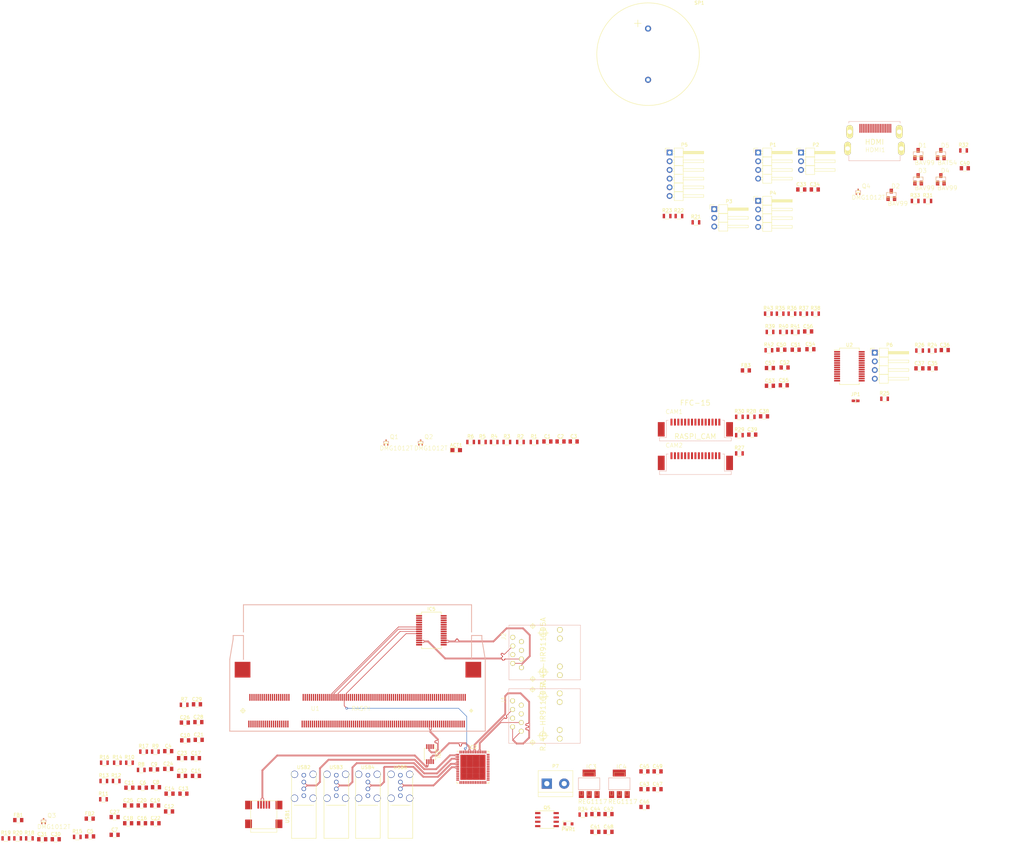
<source format=kicad_pcb>
(kicad_pcb (version 20221018) (generator pcbnew)
  (layers (0 "F.Cu" signal "Top") (1 "In1.Cu" signal "GND") (2 "In2.Cu" signal "3V3") (31 "B.Cu" signal "Bottom") (34 "B.Paste" user) (35 "F.Paste" user) (36 "B.SilkS" user "B.Silkscreen") (37 "F.SilkS" user "F.Silkscreen") (38 "B.Mask" user) (39 "F.Mask" user) (44 "Edge.Cuts" user))
  (net 0 "")
  (net 1 "+5V")
  (net 2 "GND")
  (net 3 "/GPIO44")
  (net 4 "/USSTCM LAN/VDD18CORE")
  (net 5 "/USSTCM LAN/VDD18PLL")
  (net 6 "/USSTCM LAN/NLNKA_LED")
  (net 7 "/USSTCM LAN/NSPD_LED")
  (net 8 "+3V3")
  (net 9 "/HDMI_CEC")
  (net 10 "/USSTCM LAN/RCT")
  (net 11 "Net-(C11-Pad2)")
  (net 12 "Net-(C20-Pad2)")
  (net 13 "/USSTCM_VIDEO/5V_HDMI")
  (net 14 "+1V8")
  (net 15 "Net-(C50-Pad1)")
  (net 16 "/USSTCM_LAN2/RCT")
  (net 17 "/USSTCM_LAN2/TCT")
  (net 18 "/HDMI_SCL")
  (net 19 "/HDMI_SDA")
  (net 20 "Net-(D4-Pad3)")
  (net 21 "/HDMI_D2_P")
  (net 22 "/HDMI_D2_N")
  (net 23 "/HDMI_D1_P")
  (net 24 "/HDMI_D1_N")
  (net 25 "/HDMI_D0_P")
  (net 26 "/HDMI_D0_N")
  (net 27 "/HDMI_CK_P")
  (net 28 "/HDMI_CK_N")
  (net 29 "Net-(IC1-Pad2)")
  (net 30 "/USBD_P")
  (net 31 "/USBD_N")
  (net 32 "/GPIO6")
  (net 33 "Net-(IC2-Pad28)")
  (net 34 "Net-(IC2-Pad41)")
  (net 35 "Net-(IC2-Pad50)")
  (net 36 "Net-(IC2-Pad63)")
  (net 37 "/GPIO39")
  (net 38 "/GPIO40")
  (net 39 "/GPIO41")
  (net 40 "/GPIO42")
  (net 41 "/GPIO45")
  (net 42 "Net-(IC5-Pad10)")
  (net 43 "/USSTCM_LAN2/RD-")
  (net 44 "/USSTCM_LAN2/RD+")
  (net 45 "Net-(IC5-Pad14)")
  (net 46 "/USSTCM_LAN2/TD-")
  (net 47 "/USSTCM_LAN2/TD+")
  (net 48 "/GPIO34")
  (net 49 "/USSTCM_LAN2/SPD_LED")
  (net 50 "/USSTCM_LAN2/LNKA_LED")
  (net 51 "Net-(J1-Pad9)")
  (net 52 "Net-(J1-Pad12)")
  (net 53 "Net-(J2-Pad10)")
  (net 54 "Net-(J2-Pad11)")
  (net 55 "Net-(JP1-Pad1)")
  (net 56 "/USSTCM_CAN_LITE/CAN_P")
  (net 57 "/USSTCM CONN/SDA")
  (net 58 "/USSTCM CONN/SCL")
  (net 59 "/USSTCM_CAN_LITE/CAN_N")
  (net 60 "Net-(P7-Pad1)")
  (net 61 "/VUSB_BOOT")
  (net 62 "Net-(ACT1-Pad1)")
  (net 63 "Net-(Q1-Pad3)")
  (net 64 "Net-(Q2-Pad1)")
  (net 65 "/USSTCM_VIDEO/GPIO46")
  (net 66 "/GPIO29")
  (net 67 "/GPIO28")
  (net 68 "Net-(R21-Pad1)")
  (net 69 "Net-(R25-Pad1)")
  (net 70 "Net-(R26-Pad2)")
  (net 71 "/GPIO0")
  (net 72 "/GPIO1")
  (net 73 "/GPIO8")
  (net 74 "/GPIO9")
  (net 75 "/GPIO10")
  (net 76 "/GPIO11")
  (net 77 "/GPIO43")
  (net 78 "/GPIO25")
  (net 79 "Net-(U2-Pad20)")
  (net 80 "Net-(U2-Pad21)")
  (net 81 "Net-(ACT1-Pad2)")
  (net 82 "/CAM0_D0_N")
  (net 83 "/CAM0_D0_P")
  (net 84 "/CAM0_D1_N")
  (net 85 "/CAM0_D1_P")
  (net 86 "/CAM0_C_N")
  (net 87 "/CAM0_C_P")
  (net 88 "/GPIO30")
  (net 89 "/GPIO31")
  (net 90 "/CAM1_D0_N")
  (net 91 "/CAM1_D0_P")
  (net 92 "/CAM1_D1_N")
  (net 93 "/CAM1_D1_P")
  (net 94 "/CAM1_C_N")
  (net 95 "/CAM1_C_P")
  (net 96 "/GPIO21")
  (net 97 "/GPIO5")
  (net 98 "Net-(PWR1-Pad2)")
  (net 99 "/USSTCM LAN/ETH_TX_P")
  (net 100 "/USSTCM LAN/ETH_TX_N")
  (net 101 "/USSTCM LAN/ETH_RX_P")
  (net 102 "/USSTCM LAN/ETH_RX_N")
  (net 103 "/USSTCM LAN/USB_BOOT_N")
  (net 104 "/USSTCM LAN/USB_BOOT_P")
  (net 105 "/USSTCM LAN/USB_LAN_N")
  (net 106 "/USSTCM LAN/USB_LAN_P")
  (net 107 "/USSTCM LAN/USB2_N")
  (net 108 "/USSTCM LAN/USB2_P")
  (net 109 "/USSTCM LAN/USB3_N")
  (net 110 "/USSTCM LAN/USB3_P")
  (net 111 "/USSTCM LAN/USB4_N")
  (net 112 "/USSTCM LAN/USB4_P")
  (net 113 "/USSTCM LAN/USB5_N")
  (net 114 "/USSTCM LAN/USB5_P")
  (footprint "Capacitors_SMD:C_0805" (layer "F.Cu") (at 161.037401 46.6274)
    (fp_text reference "C1")
    (fp_text value "10u")
  )
  (footprint "Capacitors_SMD:C_0805" (layer "F.Cu") (at 164.887401 46.6274)
    (fp_text reference "C2")
    (fp_text value "20p")
  )
  (footprint "Capacitors_SMD:C_0805" (layer "F.Cu") (at 168.737401 46.6274)
    (fp_text reference "C3")
    (fp_text value "10u")
  )
  (footprint "Capacitors_SMD:C_0805" (layer "F.Cu") (at 50.093352 137.2274)
    (fp_text reference "C4")
    (fp_text value "100n")
  )
  (footprint "Capacitors_SMD:C_0805" (layer "F.Cu") (at 27.237401 162.1774)
    (fp_text reference "C5")
    (fp_text value "20p")
  )
  (footprint "Capacitors_SMD:C_0805" (layer "F.Cu") (at 42.677401 147.9274)
    (fp_text reference "C6")
    (fp_text value "20p")
  )
  (footprint "Capacitors_SMD:C_0805" (layer "F.Cu") (at 34.417401 161.7174)
    (fp_text reference "C7")
    (fp_text value "20p")
  )
  (footprint "Capacitors_SMD:C_0805" (layer "F.Cu") (at 46.527401 147.7774)
    (fp_text reference "C8")
    (fp_text value "20p")
  )
  (footprint "Capacitors_SMD:C_0805" (layer "F.Cu") (at 45.963352 142.5774)
    (fp_text reference "C9")
    (fp_text value "100n")
  )
  (footprint "Capacitors_SMD:C_0805" (layer "F.Cu") (at 55.063352 134.0774)
    (fp_text reference "C10")
    (fp_text value "100n")
  )
  (footprint "Capacitors_SMD:C_0805" (layer "F.Cu") (at 38.723352 147.9274)
    (fp_text reference "C11")
    (fp_text value "100n")
  )
  (footprint "Capacitors_SMD:C_0805" (layer "F.Cu") (at 50.343352 154.8774)
    (fp_text reference "C12")
    (fp_text value "100n")
  )
  (footprint "Capacitors_SMD:C_0805" (layer "F.Cu") (at 54.543352 149.6774)
    (fp_text reference "C13")
    (fp_text value "100n")
  )
  (footprint "Capacitors_SMD:C_0805" (layer "F.Cu") (at 50.483352 149.6774)
    (fp_text reference "C14")
    (fp_text value "100n")
  )
  (footprint "Capacitors_SMD:C_0805" (layer "F.Cu") (at 58.213352 144.4774)
    (fp_text reference "C15")
    (fp_text value "100n")
  )
  (footprint "Capacitors_SMD:C_0805" (layer "F.Cu") (at 42.433352 158.3274)
    (fp_text reference "C16")
    (fp_text value "100n")
  )
  (footprint "Capacitors_SMD:C_0805" (layer "F.Cu") (at 58.213352 139.2774)
    (fp_text reference "C17")
    (fp_text value "100n")
  )
  (footprint "Capacitors_SMD:C_0805" (layer "F.Cu") (at 38.373352 158.3274)
    (fp_text reference "C18")
    (fp_text value "100n")
  )
  (footprint "Capacitors_SMD:C_0805" (layer "F.Cu") (at 46.283352 153.1274)
    (fp_text reference "C19")
    (fp_text value "100n")
  )
  (footprint "Capacitors_SMD:C_0805" (layer "F.Cu") (at 42.327401 153.1274)
    (fp_text reference "C20")
    (fp_text value "1u")
  )
  (footprint "Capacitors_SMD:C_0805" (layer "F.Cu") (at 59.017401 133.9274)
    (fp_text reference "C21")
    (fp_text value "10u")
  )
  (footprint "Capacitors_SMD:C_0805" (layer "F.Cu") (at 46.387401 158.3274)
    (fp_text reference "C22")
    (fp_text value "10u")
  )
  (footprint "Capacitors_SMD:C_0805" (layer "F.Cu") (at 54.153352 139.2774)
    (fp_text reference "C23")
    (fp_text value "100n")
  )
  (footprint "Capacitors_SMD:C_0805" (layer "F.Cu") (at 50.093352 142.4274)
    (fp_text reference "C24")
    (fp_text value "100n")
  )
  (footprint "Capacitors_SMD:C_0805" (layer "F.Cu") (at 38.373352 153.1274)
    (fp_text reference "C25")
    (fp_text value "100n")
  )
  (footprint "Capacitors_SMD:C_0805" (layer "F.Cu") (at 54.957401 128.8774)
    (fp_text reference "C26")
    (fp_text value "10u")
  )
  (footprint "Capacitors_SMD:C_0805" (layer "F.Cu") (at 34.417401 156.5174)
    (fp_text reference "C27")
    (fp_text value "10u")
  )
  (footprint "Capacitors_SMD:C_0805" (layer "F.Cu") (at 58.913352 128.7274)
    (fp_text reference "C28")
    (fp_text value "100n")
  )
  (footprint "Capacitors_SMD:C_0805" (layer "F.Cu") (at 58.513352 123.5274)
    (fp_text reference "C29")
    (fp_text value "100n")
  )
  (footprint "Capacitors_SMD:C_0805" (layer "F.Cu") (at 17.187401 163.0074)
    (fp_text reference "C30")
    (fp_text value "10u")
  )
  (footprint "Capacitors_SMD:C_0805" (layer "F.Cu") (at 13.233352 163.0074)
    (fp_text reference "C31")
    (fp_text value "100n")
  )
  (footprint "Capacitors_SMD:C_0805" (layer "F.Cu") (at 54.153352 144.4774)
    (fp_text reference "C32")
    (fp_text value "100n")
  )
  (footprint "Capacitors_SMD:C_0805" (layer "F.Cu") (at 235.323352 -27.1026)
    (fp_text reference "C33")
    (fp_text value "100n")
  )
  (footprint "Capacitors_SMD:C_0805" (layer "F.Cu") (at 239.277401 -27.1026)
    (fp_text reference "C34")
    (fp_text value "10u")
  )
  (footprint "Capacitors_SMD:C_0805" (layer "F.Cu") (at 273.737401 25.2274)
    (fp_text reference "C35")
    (fp_text value "0.1u")
  )
  (footprint "Capacitors_SMD:C_0805" (layer "F.Cu") (at 277.307401 19.8774)
    (fp_text reference "C36")
    (fp_text value "0.1u")
  )
  (footprint "Capacitors_SMD:C_0805" (layer "F.Cu") (at 269.887401 25.2274)
    (fp_text reference "C37")
    (fp_text value "0.1u")
  )
  (footprint "Capacitors_SMD:C_0805" (layer "F.Cu") (at 224.433352 39.2674)
    (fp_text reference "C38")
    (fp_text value "100n")
  )
  (footprint "Capacitors_SMD:C_0805" (layer "F.Cu") (at 220.983352 44.6174)
    (fp_text reference "C39")
    (fp_text value "100n")
  )
  (footprint "Capacitors_SMD:C_0805" (layer "F.Cu") (at 283.183352 -33.3226)
    (fp_text reference "C40")
    (fp_text value "100n")
  )
  (footprint "Capacitors_SMD:C_0805" (layer "F.Cu") (at 175.077401 160.8474)
    (fp_text reference "C41")
    (fp_text value "10u")
  )
  (footprint "Capacitors_SMD:C_0805" (layer "F.Cu") (at 178.927401 155.6474)
    (fp_text reference "C42")
    (fp_text value "10u")
  )
  (footprint "Capacitors_SMD:C_0805" (layer "F.Cu") (at 189.437401 148.3574)
    (fp_text reference "C43")
    (fp_text value "~")
  )
  (footprint "Capacitors_SMD:C_0805" (layer "F.Cu") (at 175.077401 155.6474)
    (fp_text reference "C44")
    (fp_text value "~")
  )
  (footprint "Capacitors_SMD:C_0805" (layer "F.Cu") (at 189.437401 143.1574)
    (fp_text reference "C45")
    (fp_text value "10u")
  )
  (footprint "Capacitors_SMD:C_0805" (layer "F.Cu") (at 189.437401 153.5574)
    (fp_text reference "C46")
    (fp_text value "10u")
  )
  (footprint "Capacitors_SMD:C_0805" (layer "F.Cu") (at 193.287401 148.3574)
    (fp_text reference "C47")
    (fp_text value "10u")
  )
  (footprint "Capacitors_SMD:C_0805" (layer "F.Cu") (at 178.927401 160.8474)
    (fp_text reference "C48")
    (fp_text value "10u")
  )
  (footprint "Capacitors_SMD:C_0805" (layer "F.Cu") (at 193.287401 143.1574)
    (fp_text reference "C49")
    (fp_text value "10u")
  )
  (footprint "Capacitors_SMD:C_0805" (layer "F.Cu") (at 229.497401 19.7774)
    (fp_text reference "C50")
    (fp_text value "10u")
  )
  (footprint "Capacitors_SMD:C_0805" (layer "F.Cu") (at 233.691447 19.7774)
    (fp_text reference "C51")
    (fp_text value "0.01u")
  )
  (footprint "Capacitors_SMD:C_0805" (layer "F.Cu") (at 230.451447 24.9774)
    (fp_text reference "C52")
    (fp_text value "0.01u")
  )
  (footprint "Capacitors_SMD:C_0805" (layer "F.Cu") (at 226.153352 30.3274)
    (fp_text reference "C53")
    (fp_text value "100n")
  )
  (footprint "Capacitors_SMD:C_0805" (layer "F.Cu") (at 237.993352 19.6274)
    (fp_text reference "C54")
    (fp_text value "100n")
  )
  (footprint "Capacitors_SMD:C_0805" (layer "F.Cu") (at 230.213352 30.1774)
    (fp_text reference "C55")
    (fp_text value "100n")
  )
  (footprint "Capacitors_SMD:C_0805" (layer "F.Cu") (at 237.333352 14.4274)
    (fp_text reference "C56")
    (fp_text value "100n")
  )
  (footprint "Capacitors_SMD:C_0805" (layer "F.Cu") (at 226.153352 25.1274)
    (fp_text reference "C57")
    (fp_text value "100n")
  )
  (footprint "USSTCM:DIODE_SOT23" (layer "F.Cu") (at 269.521001 -37.4678)
    (fp_text reference "D1")
    (fp_text value "BAV99")
  )
  (footprint "USSTCM:DIODE_SOT23" (layer "F.Cu") (at 261.671001 -25.5378)
    (fp_text reference "D2")
    (fp_text value "BAV99")
  )
  (footprint "USSTCM:DIODE_SOT23" (layer "F.Cu") (at 269.521001 -30.0778)
    (fp_text reference "D3")
    (fp_text value "BAV99")
  )
  (footprint "USSTCM:DIODE_SOT23" (layer "F.Cu") (at 276.161001 -30.0778)
    (fp_text reference "D4")
    (fp_text value "BAV99")
  )
  (footprint "USSTCM:DIODE_SOT23" (layer "F.Cu") (at 276.161001 -37.4678)
    (fp_text reference "D5")
    (fp_text value "BAT54")
  )
  (footprint "Capacitors_SMD:C_0805" (layer "F.Cu") (at 6.216686 157.4074)
    (fp_text reference "FB1")
    (fp_text value "FERRITE_BEAD")
  )
  (footprint "Capacitors_SMD:C_0805" (layer "F.Cu") (at 27.126686 156.9774)
    (fp_text reference "FB2")
    (fp_text value "FERRITE_BEAD")
  )
  (footprint "USSTCM:RASPI_HDMI" (layer "F.Cu") (at 256.7486 -40.99992)
    (fp_text reference "HDMI1")
    (fp_text value "HDMI")
  )
  (footprint "USSTCM:BURR-BROWN_SOT223" (layer "F.Cu") (at 173.249972 146.7879)
    (fp_text reference "IC3")
    (fp_text value "REG1117")
  )
  (footprint "USSTCM:BURR-BROWN_SOT223" (layer "F.Cu") (at 182.079972 146.7879)
    (fp_text reference "IC4")
    (fp_text value "REG1117")
  )
  (footprint "Housings_SSOP:SSOP-28_5.3x10.2mm_Pitch0.65mm" (layer "F.Cu") (at 127.1 101.875)
    (fp_text reference "IC5")
    (fp_text value "ENC28J60")
  )
  (footprint "USSTCM:HANRUN_RJ45" (layer "F.Cu") (at 159.75 126.95246 -90)
    (fp_text reference "J1")
    (fp_text value "RJ45-HR911105A")
  )
  (footprint "USSTCM:HANRUN_RJ45" (layer "F.Cu") (at 159.80034 108.3706 -90)
    (fp_text reference "J2")
    (fp_text value "RJ45-HR911105A")
  )
  (footprint "USST-footprints:J_0603" (layer "F.Cu") (at 251.227639 34.7274)
    (fp_text reference "JP1")
    (fp_text value "Jumper_NC_Small")
  )
  (footprint "Pin_Headers:Pin_Header_Angled_1x04_Pitch2.54mm" (layer "F.Cu") (at 222.717401 -37.9026)
    (fp_text reference "P1")
    (fp_text value "CONN_I2C")
  )
  (footprint "Pin_Headers:Pin_Header_Angled_1x03_Pitch2.54mm" (layer "F.Cu") (at 235.267401 -37.9026)
    (fp_text reference "P2")
    (fp_text value "SERVO_PWM0")
  )
  (footprint "Pin_Headers:Pin_Header_Angled_1x03_Pitch2.54mm" (layer "F.Cu") (at 209.867401 -21.3526)
    (fp_text reference "P3")
    (fp_text value "SERVO_PWM1")
  )
  (footprint "Pin_Headers:Pin_Header_Angled_1x04_Pitch2.54mm" (layer "F.Cu") (at 222.717401 -23.7926)
    (fp_text reference "P4")
    (fp_text value "CONN_UART0")
  )
  (footprint "Pin_Headers:Pin_Header_Angled_1x06_Pitch2.54mm" (layer "F.Cu") (at 196.806448 -37.9026)
    (fp_text reference "P5")
    (fp_text value "CONN_UART1_3DR")
  )
  (footprint "Pin_Headers:Pin_Header_Angled_1x04_Pitch2.54mm" (layer "F.Cu") (at 256.834067 20.6474)
    (fp_text reference "P6")
    (fp_text value "CAN_CONN_01X04")
  )
  (footprint "Connect:bornier2" (layer "F.Cu") (at 160.878114 146.7374)
    (fp_text reference "P7")
    (fp_text value "5V POWER CONN")
  )
  (footprint "USSTCM:TRANSISTOR-FET_SC75_INFINEON" (layer "F.Cu") (at 113.841072 46.92542)
    (fp_text reference "Q1")
    (fp_text value "DMG1012T")
  )
  (footprint "USSTCM:TRANSISTOR-FET_SC75_INFINEON" (layer "F.Cu") (at 123.941072 46.92542)
    (fp_text reference "Q2")
    (fp_text value "DMG1012T")
  )
  (footprint "USSTCM:TRANSISTOR-FET_SC75_INFINEON" (layer "F.Cu") (at 13.621072 157.70542)
    (fp_text reference "Q3")
    (fp_text value "DMG1012T")
  )
  (footprint "USSTCM:TRANSISTOR-FET_SC75_INFINEON" (layer "F.Cu") (at 251.961072 -26.44458)
    (fp_text reference "Q4")
    (fp_text value "DMG1012T")
  )
  (footprint "Housings_SOIC:SOIC-8_3.9x4.9mm_Pitch1.27mm" (layer "F.Cu") (at 160.918114 157.2674)
    (fp_text reference "Q5")
    (fp_text value "FDS6681Z")
  )
  (footprint "Resistors_SMD:R_0805" (layer "F.Cu") (at 157.125733 46.7774)
    (fp_text reference "R1")
    (fp_text value "100k")
  )
  (footprint "Resistors_SMD:R_0805" (layer "F.Cu") (at 153.155733 46.7774)
    (fp_text reference "R2")
    (fp_text value "100k")
  )
  (footprint "Resistors_SMD:R_0805" (layer "F.Cu") (at 149.185733 46.7774)
    (fp_text reference "R3")
    (fp_text value "100k")
  )
  (footprint "Resistors_SMD:R_0805" (layer "F.Cu") (at 145.477401 46.7774)
    (fp_text reference "R4")
    (fp_text value "47k")
  )
  (footprint "Resistors_SMD:R_0805" (layer "F.Cu") (at 142.027401 46.7774)
    (fp_text reference "R5")
    (fp_text value "47k")
  )
  (footprint "Resistors_SMD:R_0805" (layer "F.Cu") (at 138.577401 46.7774)
    (fp_text reference "R6")
    (fp_text value "1k8")
  )
  (footprint "Resistors_SMD:R_0805" (layer "F.Cu") (at 54.757401 123.6774)
    (fp_text reference "R7")
    (fp_text value "1k")
  )
  (footprint "Resistors_SMD:R_0805" (layer "F.Cu") (at 42.207401 142.7274)
    (fp_text reference "R8")
    (fp_text value "1k")
  )
  (footprint "Resistors_SMD:R_0805" (layer "F.Cu") (at 46.337401 137.3774)
    (fp_text reference "R9")
    (fp_text value "47k")
  )
  (footprint "Resistors_SMD:R_0805" (layer "F.Cu") (at 38.757401 140.6174)
    (fp_text reference "R10")
    (fp_text value "47k")
  )
  (footprint "Resistors_SMD:R_0805" (layer "F.Cu") (at 31.157401 151.3174)
    (fp_text reference "R11")
    (fp_text value "10")
  )
  (footprint "Resistors_SMD:R_0805" (layer "F.Cu") (at 34.879066 145.9674)
    (fp_text reference "R12")
    (fp_text value "49.9")
  )
  (footprint "Resistors_SMD:R_0805" (layer "F.Cu") (at 31.249066 145.9674)
    (fp_text reference "R13")
    (fp_text value "49.9")
  )
  (footprint "Resistors_SMD:R_0805" (layer "F.Cu") (at 35.219066 140.6174)
    (fp_text reference "R14")
    (fp_text value "49.9")
  )
  (footprint "Resistors_SMD:R_0805" (layer "F.Cu") (at 23.499066 162.3274)
    (fp_text reference "R15")
    (fp_text value "49.9")
  )
  (footprint "Resistors_SMD:R_0805" (layer "F.Cu") (at 31.415733 140.6174)
    (fp_text reference "R16")
    (fp_text value "12k4")
  )
  (footprint "Resistors_SMD:R_0805" (layer "F.Cu") (at 42.887401 137.3774)
    (fp_text reference "R17")
    (fp_text value "12k")
  )
  (footprint "Resistors_SMD:R_0805" (layer "F.Cu") (at 9.477401 162.7574)
    (fp_text reference "R18")
    (fp_text value "12k")
  )
  (footprint "Resistors_SMD:R_0805" (layer "F.Cu") (at 2.577401 162.7574)
    (fp_text reference "R19")
    (fp_text value "12k")
  )
  (footprint "Resistors_SMD:R_0805" (layer "F.Cu") (at 6.027401 162.7574)
    (fp_text reference "R20")
    (fp_text value "12k")
  )
  (footprint "Resistors_SMD:R_0805" (layer "F.Cu") (at 204.5 -17.5)
    (fp_text reference "R21")
    (fp_text value "400")
  )
  (footprint "Resistors_SMD:R_0805" (layer "F.Cu") (at 199.527401 -19.3326)
    (fp_text reference "R22")
    (fp_text value "1k8")
  )
  (footprint "Resistors_SMD:R_0805" (layer "F.Cu") (at 196.077401 -19.3326)
    (fp_text reference "R23")
    (fp_text value "1k8")
  )
  (footprint "Resistors_SMD:R_0805" (layer "F.Cu") (at 273.657401 20.0274)
    (fp_text reference "R24")
    (fp_text value "100")
  )
  (footprint "Resistors_SMD:R_0805" (layer "F.Cu") (at 259.697401 34.1374)
    (fp_text reference "R25")
    (fp_text value "1k")
  )
  (footprint "Resistors_SMD:R_0805" (layer "F.Cu") (at 269.945733 20.0274)
    (fp_text reference "R26")
    (fp_text value "100k")
  )
  (footprint "Resistors_SMD:R_0805" (layer "F.Cu") (at 217.227401 50.1174)
    (fp_text reference "R27")
    (fp_text value "1k8")
  )
  (footprint "Resistors_SMD:R_0805" (layer "F.Cu") (at 220.677401 39.4174)
    (fp_text reference "R28")
    (fp_text value "1k8")
  )
  (footprint "Resistors_SMD:R_0805" (layer "F.Cu") (at 217.227401 44.7674)
    (fp_text reference "R29")
    (fp_text value "1k8")
  )
  (footprint "Resistors_SMD:R_0805" (layer "F.Cu") (at 217.227401 39.4174)
    (fp_text reference "R30")
    (fp_text value "1k8")
  )
  (footprint "Resistors_SMD:R_0805" (layer "F.Cu") (at 272.357401 -23.7426)
    (fp_text reference "R31")
    (fp_text value "1k8")
  )
  (footprint "Resistors_SMD:R_0805" (layer "F.Cu") (at 282.817401 -38.5226)
    (fp_text reference "R32")
    (fp_text value "1k8")
  )
  (footprint "Resistors_SMD:R_0805" (layer "F.Cu") (at 268.645733 -23.7426)
    (fp_text reference "R33")
    (fp_text value "100k")
  )
  (footprint "Resistors_SMD:R_0805" (layer "F.Cu") (at 171.427401 155.7974)
    (fp_text reference "R34")
    (fp_text value "1k8")
  )
  (footprint "Resistors_SMD:R_0805" (layer "F.Cu") (at 229.137401 9.2274)
    (fp_text reference "R35")
    (fp_text value "10k")
  )
  (footprint "Resistors_SMD:R_0805" (layer "F.Cu") (at 232.587401 9.2274)
    (fp_text reference "R36")
    (fp_text value "10k")
  )
  (footprint "Resistors_SMD:R_0805" (layer "F.Cu") (at 236.037401 9.2274)
    (fp_text reference "R37")
    (fp_text value "50")
  )
  (footprint "Resistors_SMD:R_0805" (layer "F.Cu") (at 239.487401 9.2274)
    (fp_text reference "R38")
    (fp_text value "50")
  )
  (footprint "Resistors_SMD:R_0805" (layer "F.Cu") (at 226.183828 14.5774)
    (fp_text reference "R39")
    (fp_text value "2.32k")
  )
  (footprint "Resistors_SMD:R_0805" (layer "F.Cu") (at 230.127401 14.5774)
    (fp_text reference "R40")
    (fp_text value "50")
  )
  (footprint "Resistors_SMD:R_0805" (layer "F.Cu") (at 233.577401 14.5774)
    (fp_text reference "R41")
    (fp_text value "50")
  )
  (footprint "Resistors_SMD:R_0805" (layer "F.Cu") (at 225.847401 19.9274)
    (fp_text reference "R42")
    (fp_text value "1k")
  )
  (footprint "Resistors_SMD:R_0805" (layer "F.Cu") (at 225.687401 9.2274)
    (fp_text reference "R43")
    (fp_text value "1k")
  )
  (footprint "USSTCM:RASPI_SO-DIMM" (layer "F.Cu") (at 100.10098 125.3989)
    (fp_text reference "U1")
    (fp_text value "RASPI")
  )
  (footprint "Housings_SSOP:SSOP-28_5.3x10.2mm_Pitch0.65mm" (layer "F.Cu") (at 249.407401 24.6274)
    (fp_text reference "U2")
    (fp_text value "MCP25625")
  )
  (footprint "USST-footprints:FFC-15-PICAM" (layer "F.Cu") (at 204.35187 40.96496)
    (fp_text reference "CAM1")
    (fp_text value "FFC-15")
  )
  (footprint "USST-footprints:FFC-15-PICAM" (layer "F.Cu") (at 204.35187 50.79496)
    (fp_text reference "CAM2")
    (fp_text value "RASPI_CAM")
  )
  (footprint "Diodes_SMD:D_0805" (layer "F.Cu") (at 167.2122 158.512877)
    (fp_text reference "PWR1")
    (fp_text value "~")
  )
  (footprint "USST-footprints:USB-A-UPRIGHT" (layer "F.Cu") (at 89.78 147.27)
    (fp_text reference "USB2")
    (fp_text value "USB2")
  )
  (footprint "USST-footprints:USB-A-UPRIGHT" (layer "F.Cu") (at 99.28 147.27)
    (fp_text reference "USB3")
    (fp_text value "USB2")
  )
  (footprint "USST-footprints:USB-A-UPRIGHT" (layer "F.Cu") (at 108.53 147.27)
    (fp_text reference "USB4")
    (fp_text value "USB2")
  )
  (footprint "USST-footprints:USB-A-UPRIGHT" (layer "F.Cu") (at 118.03 147.27)
    (fp_text reference "USB5")
    (fp_text value "USB2")
  )
  (footprint "USST-footprints:MINI-B-USBR" (layer "F.Cu") (at 78.05 155.7 90)
    (fp_text reference "USB1")
    (fp_text value "USB-TYPA")
  )
  (footprint "LEDs:LED_0805" (layer "F.Cu") (at 134.3622 49.160257)
    (fp_text reference "ACT1")
    (fp_text value "~")
  )
  (footprint "Housings_SSOP:MSOP-10_3x3mm_Pitch0.5mm" (layer "F.Cu") (at 126.7 138.1 -90)
    (fp_text reference "IC1")
    (fp_text value "FSUSB42MSOP10")
  )
  (footprint "Capacitors_SMD:C_0805" (layer "F.Cu") (at 219.119543 25.8374)
    (fp_text reference "FB3")
    (fp_text value "80mA Ferrite")
  )
  (footprint "USST-footprints:AI-3035-TWT" (layer "F.Cu") (at 190.5 -66.7)
    (fp_text reference "SP1")
    (fp_text value "SPEAKER")
  )
  (footprint "Housings_DFN_QFN:QFN-64-1EP_9x9mm_Pitch0.5mm" (layer "F.Cu") (at 139.25 141.95)
    (fp_text reference "IC2")
    (fp_text value "RASPI_LAN9514")
  )
  (segment (start 101.59958 121.5) (end 101.59958 123.969558) (width 0.1524) (layer "F.Cu") (net 3))
  (segment (start 101.974812 124.34479) (end 102.317711 124.687689) (width 0.1524) (layer "F.Cu") (net 3))
  (segment (start 101.59958 123.969558) (end 101.974812 124.34479) (width 0.1524) (layer "F.Cu") (net 3))
  (segment (start 137 137.5) (end 137 136.5) (width 0.1524) (layer "F.Cu") (net 3))
  (via (at 137 136.5) (size 0.6858) (drill 0.3302) (layers "F.Cu" "B.Cu") (net 3))
  (via (at 102.317711 124.687689) (size 0.6858) (drill 0.3302) (layers "F.Cu" "B.Cu") (net 3))
  (segment (start 137.439985 127.091472) (end 135.036202 124.687689) (width 0.1524) (layer "B.Cu") (net 3))
  (segment (start 137.439985 136.060015) (end 137.439985 127.091472) (width 0.1524) (layer "B.Cu") (net 3))
  (segment (start 102.802644 124.687689) (end 102.317711 124.687689) (width 0.1524) (layer "B.Cu") (net 3))
  (segment (start 135.036202 124.687689) (end 102.802644 124.687689) (width 0.1524) (layer "B.Cu") (net 3))
  (segment (start 137 136.5) (end 137.439985 136.060015) (width 0.1524) (layer "B.Cu") (net 3))
  (segment (start 128.196036 134.278576) (end 128.148533 134.326079) (width 0.1524) (layer "F.Cu") (net 30))
  (segment (start 128.734646 134.878576) (end 128.782149 134.926079) (width 0.1524) (layer "F.Cu") (net 30))
  (segment (start 128.136874 137.4476) (end 127.166491 137.4476) (width 0.1524) (layer "F.Cu") (net 30))
  (segment (start 126.64652 130.944355) (end 126.64652 131.662046) (width 0.1524) (layer "F.Cu") (net 30))
  (segment (start 128.8476 133.913126) (end 128.840078 133.979882) (width 0.1524) (layer "F.Cu") (net 30))
  (segment (start 126.4992 129.2978) (end 126.4992 130.797035) (width 0.1524) (layer "F.Cu") (net 30))
  (segment (start 128.840078 135.046369) (end 128.8476 135.113126) (width 0.1524) (layer "F.Cu") (net 30))
  (segment (start 128.196036 134.747675) (end 128.252917 134.783416) (width 0.1524) (layer "F.Cu") (net 30))
  (segment (start 128.8476 133.863126) (end 128.8476 133.913126) (width 0.1524) (layer "F.Cu") (net 30))
  (segment (start 128.148533 134.700172) (end 128.196036 134.747675) (width 0.1524) (layer "F.Cu") (net 30))
  (segment (start 126.7 136.45) (end 126.7 135.9) (width 0.1524) (layer "F.Cu") (net 30))
  (segment (start 128.383083 134.813126) (end 128.5476 134.813126) (width 0.1524) (layer "F.Cu") (net 30))
  (segment (start 128.252917 134.242835) (end 128.196036 134.278576) (width 0.1524) (layer "F.Cu") (net 30))
  (segment (start 128.083083 134.513126) (end 128.090604 134.579882) (width 0.1524) (layer "F.Cu") (net 30))
  (segment (start 128.383083 134.213126) (end 128.316326 134.220647) (width 0.1524) (layer "F.Cu") (net 30))
  (segment (start 128.614356 134.205604) (end 128.5476 134.213126) (width 0.1524) (layer "F.Cu") (net 30))
  (segment (start 126.64652 131.662046) (end 128.8476 133.863126) (width 0.1524) (layer "F.Cu") (net 30))
  (segment (start 128.5476 134.213126) (end 128.383083 134.213126) (width 0.1524) (layer "F.Cu") (net 30))
  (segment (start 128.677765 134.183416) (end 128.614356 134.205604) (width 0.1524) (layer "F.Cu") (net 30))
  (segment (start 128.148533 134.326079) (end 128.112792 134.38296) (width 0.1524) (layer "F.Cu") (net 30))
  (segment (start 126.4992 130.797035) (end 126.64652 130.944355) (width 0.1524) (layer "F.Cu") (net 30))
  (segment (start 128.5476 134.813126) (end 128.614356 134.820647) (width 0.1524) (layer "F.Cu") (net 30))
  (segment (start 128.8476 135.113126) (end 128.8476 136.736874) (width 0.1524) (layer "F.Cu") (net 30))
  (segment (start 126.6024 136.5476) (end 126.7 136.45) (width 0.1524) (layer "F.Cu") (net 30))
  (segment (start 128.252917 134.783416) (end 128.316326 134.805604) (width 0.1524) (layer "F.Cu") (net 30))
  (segment (start 128.81789 134.98296) (end 128.840078 135.046369) (width 0.1524) (layer "F.Cu") (net 30))
  (segment (start 128.614356 134.820647) (end 128.677765 134.842835) (width 0.1524) (layer "F.Cu") (net 30))
  (segment (start 127.166491 137.4476) (end 126.6024 136.883509) (width 0.1524) (layer "F.Cu") (net 30))
  (segment (start 128.090604 134.579882) (end 128.112792 134.643291) (width 0.1524) (layer "F.Cu") (net 30))
  (segment (start 128.782149 134.100172) (end 128.734646 134.147675) (width 0.1524) (layer "F.Cu") (net 30))
  (segment (start 128.840078 133.979882) (end 128.81789 134.043291) (width 0.1524) (layer "F.Cu") (net 30))
  (segment (start 128.81789 134.043291) (end 128.782149 134.100172) (width 0.1524) (layer "F.Cu") (net 30))
  (segment (start 128.316326 134.220647) (end 128.252917 134.242835) (width 0.1524) (layer "F.Cu") (net 30))
  (segment (start 128.316326 134.805604) (end 128.383083 134.813126) (width 0.1524) (layer "F.Cu") (net 30))
  (segment (start 128.8476 136.736874) (end 128.136874 137.4476) (width 0.1524) (layer "F.Cu") (net 30))
  (segment (start 128.782149 134.926079) (end 128.81789 134.98296) (width 0.1524) (layer "F.Cu") (net 30))
  (segment (start 126.6024 136.883509) (end 126.6024 136.5476) (width 0.1524) (layer "F.Cu") (net 30))
  (segment (start 128.090604 134.446369) (end 128.083083 134.513126) (width 0.1524) (layer "F.Cu") (net 30))
  (segment (start 128.734646 134.147675) (end 128.677765 134.183416) (width 0.1524) (layer "F.Cu") (net 30))
  (segment (start 128.112792 134.643291) (end 128.148533 134.700172) (width 0.1524) (layer "F.Cu") (net 30))
  (segment (start 128.677765 134.842835) (end 128.734646 134.878576) (width 0.1524) (layer "F.Cu") (net 30))
  (segment (start 128.112792 134.38296) (end 128.090604 134.446369) (width 0.1524) (layer "F.Cu") (net 30))
  (segment (start 126.2976 136.5476) (end 126.2976 137.009761) (width 0.1524) (layer "F.Cu") (net 31))
  (segment (start 129.1524 136.863126) (end 129.1524 133.736874) (width 0.1524) (layer "F.Cu") (net 31))
  (segment (start 127.09864 130.797035) (end 127.09864 129.2978) (width 0.1524) (layer "F.Cu") (net 31))
  (segment (start 127.040239 137.7524) (end 128.263126 137.7524) (width 0.1524) (layer "F.Cu") (net 31))
  (segment (start 129.1524 133.736874) (end 126.95132 131.535794) (width 0.1524) (layer "F.Cu") (net 31))
  (segment (start 126.95132 131.535794) (end 126.95132 130.944355) (width 0.1524) (layer "F.Cu") (net 31))
  (segment (start 128.263126 137.7524) (end 129.1524 136.863126) (width 0.1524) (layer "F.Cu") (net 31))
  (segment (start 126.2 135.9) (end 126.2 136.45) (width 0.1524) (layer "F.Cu") (net 31))
  (segment (start 126.2976 137.009761) (end 127.040239 137.7524) (width 0.1524) (layer "F.Cu") (net 31))
  (segment (start 126.2 136.45) (end 126.2976 136.5476) (width 0.1524) (layer "F.Cu") (net 31))
  (segment (start 126.95132 130.944355) (end 127.09864 130.797035) (width 0.1524) (layer "F.Cu") (net 31))
  (segment (start 123.5 100.9) (end 117.45105 100.9) (width 0.1524) (layer "F.Cu") (net 38))
  (segment (start 98.00294 120.34811) (end 98.00294 121.5) (width 0.1524) (layer "F.Cu") (net 38))
  (segment (start 117.45105 100.9) (end 98.00294 120.34811) (width 0.1524) (layer "F.Cu") (net 38))
  (segment (start 98.60238 121.5) (end 98.60238 120.34811) (width 0.1524) (layer "F.Cu") (net 39))
  (segment (start 122.4726 101.55) (end 123.5 101.55) (width 0.1524) (layer "F.Cu") (net 39))
  (segment (start 117.40049 101.55) (end 122.4726 101.55) (width 0.1524) (layer "F.Cu") (net 39))
  (segment (start 98.60238 120.34811) (end 117.40049 101.55) (width 0.1524) (layer "F.Cu") (net 39))
  (segment (start 123.5 102.2) (end 117.94937 102.2) (width 0.1524) (layer "F.Cu") (net 40))
  (segment (start 99.80126 120.34811) (end 99.80126 121.5) (width 0.1524) (layer "F.Cu") (net 40))
  (segment (start 117.94937 102.2) (end 99.80126 120.34811) (width 0.1524) (layer "F.Cu") (net 40))
  (segment (start 119.69713 102.85) (end 102.19902 120.34811) (width 0.1524) (layer "F.Cu") (net 41))
  (segment (start 102.19902 120.34811) (end 102.19902 121.5) (width 0.1524) (layer "F.Cu") (net 41))
  (segment (start 123.5 102.85) (end 119.69713 102.85) (width 0.1524) (layer "F.Cu") (net 41))
  (segment (start 147.696059 108.59272) (end 147.761554 108.57777) (width 0.1524) (layer "F.Cu") (net 43))
  (segment (start 147.541126 108.716274) (end 147.583011 108.663751) (width 0.1524) (layer "F.Cu") (net 43))
  (segment (start 148.521882 108.848503) (end 148.574405 108.806618) (width 0.1524) (layer "F.Cu") (net 43))
  (segment (start 147.550839 109.973341) (end 147.565943 109.958237) (width 0.1524) (layer "F.Cu") (net 43))
  (segment (start 147.497029 108.909474) (end 147.49703 108.842294) (width 0.1524) (layer "F.Cu") (net 43))
  (segment (start 148.461358 108.87765) (end 148.521882 108.848503) (width 0.1524) (layer "F.Cu") (net 43))
  (segment (start 148.202664 108.848502) (end 148.26319 108.87765) (width 0.1524) (layer "F.Cu") (net 43))
  (segment (start 147.952337 109.554675) (end 147.952337 109.528051) (width 0.1524) (layer "F.Cu") (net 43))
  (segment (start 148.574405 108.806618) (end 150.456879 106.924141) (width 0.1524) (layer "F.Cu") (net 43))
  (segment (start 147.583011 109.088015) (end 147.541125 109.035494) (width 0.1524) (layer "F.Cu") (net 43))
  (segment (start 147.828732 108.577771) (end 147.894227 108.592719) (width 0.1524) (layer "F.Cu") (net 43))
  (segment (start 147.635534 108.621866) (end 147.696059 108.59272) (width 0.1524) (layer "F.Cu") (net 43))
  (segment (start 147.565613 109.957907) (end 147.565613 109.949824) (width 0.1524) (layer "F.Cu") (net 43))
  (segment (start 147.946892 109.482051) (end 147.946892 109.451896) (width 0.1524) (layer "F.Cu") (net 43))
  (segment (start 147.511977 108.974968) (end 147.497029 108.909474) (width 0.1524) (layer "F.Cu") (net 43))
  (segment (start 148.328684 108.892598) (end 148.395862 108.892599) (width 0.1524) (layer "F.Cu") (net 43))
  (segment (start 147.946892 109.451896) (end 147.583011 109.088015) (width 0.1524) (layer "F.Cu") (net 43))
  (segment (start 147.761554 108.57777) (end 147.828732 108.577771) (width 0.1524) (layer "F.Cu") (net 43))
  (segment (start 147.938007 109.584432) (end 147.944988 109.575678) (width 0.1524) (layer "F.Cu") (net 43))
  (segment (start 126.188126 104.9726) (end 124.9851 104.9726) (width 0.1524) (layer "F.Cu") (net 43))
  (segment (start 147.583011 108.663751) (end 147.635534 108.621866) (width 0.1524) (layer "F.Cu") (net 43))
  (segment (start 148.007275 108.663752) (end 148.150141 108.806618) (width 0.1524) (layer "F.Cu") (net 43))
  (segment (start 147.584454 109.937986) (end 147.938007 109.584432) (width 0.1524) (layer "F.Cu") (net 43))
  (segment (start 148.150141 108.806618) (end 148.202664 108.848502) (width 0.1524) (layer "F.Cu") (net 43))
  (segment (start 147.5757 109.944966) (end 147.584454 109.937986) (width 0.1524) (layer "F.Cu") (net 43))
  (segment (start 147.944988 109.575678) (end 147.949846 109.565591) (width 0.1524) (layer "F.Cu") (net 43))
  (segment (start 150.456879 106.924141) (end 150.91034 106.47068) (width 0.1524) (layer "F.Cu") (net 43))
  (segment (start 147.954752 108.621867) (end 148.007275 108.663752) (width 0.1524) (layer "F.Cu") (net 43))
  (segment (start 147.565943 109.958237) (end 147.565613 109.957907) (width 0.1524) (layer "F.Cu") (net 43))
  (segment (start 147.49703 108.842294) (end 147.511977 108.7768) (width 0.1524) (layer "F.Cu") (net 43))
  (segment (start 147.511977 108.7768) (end 147.541126 108.716274) (width 0.1524) (layer "F.Cu") (net 43))
  (segment (start 147.946761 109.482182) (end 147.946892 109.482051) (width 0.1524) (layer "F.Cu") (net 43))
  (segment (start 131.188867 109.973341) (end 126.188126 104.9726) (width 0.1524) (layer "F.Cu") (net 43))
  (segment (start 124.8125 104.8) (end 123.5 104.8) (width 0.1524) (layer "F.Cu") (net 43))
  (segment (start 124.9851 104.9726) (end 124.8125 104.8) (width 0.1524) (layer "F.Cu") (net 43))
  (segment (start 148.395862 108.892599) (end 148.461358 108.87765) (width 0.1524) (layer "F.Cu") (net 43))
  (segment (start 147.541125 109.035494) (end 147.511977 108.974968) (width 0.1524) (layer "F.Cu") (net 43))
  (segment (start 148.26319 108.87765) (end 148.328684 108.892598) (width 0.1524) (layer "F.Cu") (net 43))
  (segment (start 147.565613 109.949824) (end 147.5757 109.944966) (width 0.1524) (layer "F.Cu") (net 43))
  (segment (start 147.550839 109.973341) (end 131.188867 109.973341) (width 0.1524) (layer "F.Cu") (net 43))
  (segment (start 147.952337 109.528051) (end 147.946761 109.522475) (width 0.1524) (layer "F.Cu") (net 43))
  (segment (start 147.949846 109.565591) (end 147.952337 109.554675) (width 0.1524) (layer "F.Cu") (net 43))
  (segment (start 147.946761 109.522475) (end 147.946761 109.482182) (width 0.1524) (layer "F.Cu") (net 43))
  (segment (start 147.894227 108.592719) (end 147.954752 108.621867) (width 0.1524) (layer "F.Cu") (net 43))
  (segment (start 147.84411 110.383075) (end 147.857819 110.422253) (width 0.1524) (layer "F.Cu") (net 44))
  (segment (start 124.9851 105.2774) (end 126.061874 105.2774) (width 0.1524) (layer "F.Cu") (net 44))
  (segment (start 148.60658 110.282787) (end 148.647827 110.27814) (width 0.1524) (layer "F.Cu") (net 44))
  (segment (start 148.318353 110.644212) (end 148.357531 110.630503) (width 0.1524) (layer "F.Cu") (net 44))
  (segment (start 148.44411 110.543924) (end 148.457819 110.504746) (width 0.1524) (layer "F.Cu") (net 44))
  (segment (start 148.422027 110.57907) (end 148.44411 110.543924) (width 0.1524) (layer "F.Cu") (net 44))
  (segment (start 148.567402 110.296496) (end 148.60658 110.282787) (width 0.1524) (layer "F.Cu") (net 44))
  (segment (start 148.392677 110.60842) (end 148.422027 110.57907) (width 0.1524) (layer "F.Cu") (net 44))
  (segment (start 148.480823 110.383075) (end 148.502906 110.347929) (width 0.1524) (layer "F.Cu") (net 44))
  (segment (start 148.532256 110.318579) (end 148.567402 110.296496) (width 0.1524) (layer "F.Cu") (net 44))
  (segment (start 148.00658 110.644212) (end 148.047827 110.64886) (width 0.1524) (layer "F.Cu") (net 44))
  (segment (start 147.677095 110.278152) (end 147.677107 110.27814) (width 0.1524) (layer "F.Cu") (net 44))
  (segment (start 147.902906 110.57907) (end 147.932256 110.60842) (width 0.1524) (layer "F.Cu") (net 44))
  (segment (start 147.932256 110.60842) (end 147.967402 110.630503) (width 0.1524) (layer "F.Cu") (net 44))
  (segment (start 148.467114 110.422253) (end 148.480823 110.383075) (width 0.1524) (layer "F.Cu") (net 44))
  (segment (start 148.357531 110.630503) (end 148.392677 110.60842) (width 0.1524) (layer "F.Cu") (net 44))
  (segment (start 123.5 105.45) (end 124.8125 105.45) (width 0.1524) (layer "F.Cu") (net 44))
  (segment (start 126.061874 105.2774) (end 131.062626 110.278152) (width 0.1524) (layer "F.Cu") (net 44))
  (segment (start 148.647827 110.27814) (end 148.877107 110.27814) (width 0.1524) (layer "F.Cu") (net 44))
  (segment (start 147.967402 110.630503) (end 148.00658 110.644212) (width 0.1524) (layer "F.Cu") (net 44))
  (segment (start 148.277107 110.64886) (end 148.318353 110.644212) (width 0.1524) (layer "F.Cu") (net 44))
  (segment (start 148.502906 110.347929) (end 148.532256 110.318579) (width 0.1524) (layer "F.Cu") (net 44))
  (segment (start 131.062626 110.278152) (end 147.677095 110.278152) (width 0.1524) (layer "F.Cu") (net 44))
  (segment (start 147.718353 110.282787) (end 147.757531 110.296496) (width 0.1524) (layer "F.Cu") (net 44))
  (segment (start 147.880823 110.543924) (end 147.902906 110.57907) (width 0.1524) (layer "F.Cu") (net 44))
  (segment (start 147.677107 110.27814) (end 147.718353 110.282787) (width 0.1524) (layer "F.Cu") (net 44))
  (segment (start 147.757531 110.296496) (end 147.792677 110.318579) (width 0.1524) (layer "F.Cu") (net 44))
  (segment (start 148.877107 110.27814) (end 153.45034 110.27814) (width 0.1524) (layer "F.Cu") (net 44))
  (segment (start 147.857819 110.422253) (end 147.867114 110.504746) (width 0.1524) (layer "F.Cu") (net 44))
  (segment (start 147.792677 110.318579) (end 147.822027 110.347929) (width 0.1524) (layer "F.Cu") (net 44))
  (segment (start 147.822027 110.347929) (end 147.84411 110.383075) (width 0.1524) (layer "F.Cu") (net 44))
  (segment (start 147.867114 110.504746) (end 147.880823 110.543924) (width 0.1524) (layer "F.Cu") (net 44))
  (segment (start 124.8125 105.45) (end 124.9851 105.2774) (width 0.1524) (layer "F.Cu") (net 44))
  (segment (start 148.047827 110.64886) (end 148.277107 110.64886) (width 0.1524) (layer "F.Cu") (net 44))
  (segment (start 148.457819 110.504746) (end 148.467114 110.422253) (width 0.1524) (layer "F.Cu") (net 44))
  (segment (start 153.559942 111.54814) (end 155.747589 109.360493) (width 0.1524) (layer "F.Cu") (net 46))
  (segment (start 155.747589 109.360493) (end 155.747589 103.363129) (width 0.1524) (layer "F.Cu") (net 46))
  (segment (start 155.747589 103.363129) (end 153.836871 101.452411) (width 0.1524) (layer "F.Cu") (net 46))
  (segment (start 149.16313 101.452411) (end 145.338141 105.2774) (width 0.1524) (layer "F.Cu") (net 46))
  (segment (start 145.338141 105.2774) (end 132.1851 105.2774) (width 0.1524) (layer "F.Cu") (net 46))
  (segment (start 132.0125 105.45) (end 130.7 105.45) (width 0.1524) (layer "F.Cu") (net 46))
  (segment (start 153.836871 101.452411) (end 149.16313 101.452411) (width 0.1524) (layer "F.Cu") (net 46))
  (segment (start 132.1851 105.2774) (end 132.0125 105.45) (width 0.1524) (layer "F.Cu") (net 46))
  (segment (start 150.91034 111.54814) (end 153.559942 111.54814) (width 0.1524) (layer "F.Cu") (net 46))
  (segment (start 134.3 104.661633) (end 134.307521 104.594877) (width 0.1524) (layer "F.Cu") (net 47))
  (segment (start 134.907521 104.739357) (end 134.929709 104.802766) (width 0.1524) (layer "F.Cu") (net 47))
  (segment (start 134.929709 104.802766) (end 134.96545 104.859647) (width 0.1524) (layer "F.Cu") (net 47))
  (segment (start 134.96545 104.859647) (end 135.012953 104.90715) (width 0.1524) (layer "F.Cu") (net 47))
  (segment (start 145.211874 104.9726) (end 149.036874 101.1476) (width 0.1524) (layer "F.Cu") (net 47))
  (segment (start 134.469834 104.391343) (end 134.533243 104.369155) (width 0.1524) (layer "F.Cu") (net 47))
  (segment (start 134.834549 104.474587) (end 134.87029 104.531468) (width 0.1524) (layer "F.Cu") (net 47))
  (segment (start 134.6 104.361633) (end 134.666756 104.369155) (width 0.1524) (layer "F.Cu") (net 47))
  (segment (start 134.412953 104.427084) (end 134.469834 104.391343) (width 0.1524) (layer "F.Cu") (net 47))
  (segment (start 134.730165 104.391343) (end 134.787046 104.427084) (width 0.1524) (layer "F.Cu") (net 47))
  (segment (start 134.87029 104.531468) (end 134.892478 104.594877) (width 0.1524) (layer "F.Cu") (net 47))
  (segment (start 134.329709 104.531468) (end 134.36545 104.474587) (width 0.1524) (layer "F.Cu") (net 47))
  (segment (start 135.133243 104.965079) (end 135.2 104.9726) (width 0.1524) (layer "F.Cu") (net 47))
  (segment (start 149.036874 101.1476) (end 153.963126 101.1476) (width 0.1524) (layer "F.Cu") (net 47))
  (segment (start 132.0125 104.8) (end 132.1851 104.9726) (width 0.1524) (layer "F.Cu") (net 47))
  (segment (start 134.533243 104.369155) (end 134.6 104.361633) (width 0.1524) (layer "F.Cu") (net 47))
  (segment (start 134.130165 104.942891) (end 134.187046 104.90715) (width 0.1524) (layer "F.Cu") (net 47))
  (segment (start 134.9 104.661633) (end 134.9 104.6726) (width 0.1524) (layer "F.Cu") (net 47))
  (segment (start 134.36545 104.474587) (end 134.412953 104.427084) (width 0.1524) (layer "F.Cu") (net 47))
  (segment (start 134.066756 104.965079) (end 134.130165 104.942891) (width 0.1524) (layer "F.Cu") (net 47))
  (segment (start 135.069834 104.942891) (end 135.133243 104.965079) (width 0.1524) (layer "F.Cu") (net 47))
  (segment (start 134 104.9726) (end 134.066756 104.965079) (width 0.1524) (layer "F.Cu") (net 47))
  (segment (start 153.45034 112.088808) (end 153.45034 112.81814) (width 0.1524) (layer "F.Cu") (net 47))
  (segment (start 130.7 104.8) (end 132.0125 104.8) (width 0.1524) (layer "F.Cu") (net 47))
  (segment (start 135.012953 104.90715) (end 135.069834 104.942891) (width 0.1524) (layer "F.Cu") (net 47))
  (segment (start 134.234549 104.859647) (end 134.27029 104.802766) (width 0.1524) (layer "F.Cu") (net 47))
  (segment (start 134.187046 104.90715) (end 134.234549 104.859647) (width 0.1524) (layer "F.Cu") (net 47))
  (segment (start 135.2 104.9726) (end 145.211874 104.9726) (width 0.1524) (layer "F.Cu") (net 47))
  (segment (start 134.892478 104.594877) (end 134.9 104.661633) (width 0.1524) (layer "F.Cu") (net 47))
  (segment (start 153.963126 101.1476) (end 156.0524 103.236874) (width 0.1524) (layer "F.Cu") (net 47))
  (segment (start 134.3 104.6726) (end 134.3 104.661633) (width 0.1524) (layer "F.Cu") (net 47))
  (segment (start 134.27029 104.802766) (end 134.292478 104.739357) (width 0.1524) (layer "F.Cu") (net 47))
  (segment (start 156.0524 109.486748) (end 153.45034 112.088808) (width 0.1524) (layer "F.Cu") (net 47))
  (segment (start 134.292478 104.739357) (end 134.3 104.6726) (width 0.1524) (layer "F.Cu") (net 47))
  (segment (start 134.9 104.6726) (end 134.907521 104.739357) (width 0.1524) (layer "F.Cu") (net 47))
  (segment (start 132.1851 104.9726) (end 134 104.9726) (width 0.1524) (layer "F.Cu") (net 47))
  (segment (start 134.307521 104.594877) (end 134.329709 104.531468) (width 0.1524) (layer "F.Cu") (net 47))
  (segment (start 156.0524 103.236874) (end 156.0524 109.486748) (width 0.1524) (layer "F.Cu") (net 47))
  (segment (start 134.787046 104.427084) (end 134.834549 104.474587) (width 0.1524) (layer "F.Cu") (net 47))
  (segment (start 134.666756 104.369155) (end 134.730165 104.391343) (width 0.1524) (layer "F.Cu") (net 47))
  (segment (start 140 136.8625) (end 140 137.5) (width 0.1524) (layer "F.Cu") (net 99))
  (segment (start 155.377766 129.17029) (end 155.434647 129.134549) (width 0.1524) (layer "F.Cu") (net 99))
  (segment (start 155.2476 130.4) (end 155.314357 130.392478) (width 0.1524) (layer "F.Cu") (net 99))
  (segment (start 154.762496 129.687046) (end 154.726755 129.630165) (width 0.1524) (layer "F.Cu") (net 99))
  (segment (start 155.48215 129.912953) (end 155.434647 129.86545) (width 0.1524) (layer "F.Cu") (net 99))
  (segment (start 154.697045 130.7) (end 154.704567 130.633243) (width 0.1524) (layer "F.Cu") (net 99))
  (segment (start 155.314357 129.192478) (end 155.377766 129.17029) (width 0.1524) (layer "F.Cu") (net 99))
  (segment (start 154.86688 130.429709) (end 154.930289 130.407521) (width 0.1524) (layer "F.Cu") (net 99))
  (segment (start 154.762496 129.312953) (end 154.809999 129.26545) (width 0.1524) (layer "F.Cu") (net 99))
  (segment (start 154.697045 129.5) (end 154.704567 129.433243) (width 0.1524) (layer "F.Cu") (net 99))
  (segment (start 155.48215 129.087046) (end 155.517891 129.030165) (width 0.1524) (layer "F.Cu") (net 99))
  (segment (start 154.997045 129.2) (end 155.2476 129.2) (width 0.1524) (layer "F.Cu") (net 99))
  (segment (start 155.5476 128.9) (end 155.5476 122.863126) (width 0.1524) (layer "F.Cu") (net 99))
  (segment (start 153.4 131.4) (end 151.164799 133.635201) (width 0.1524) (layer "F.Cu") (net 99))
  (segment (start 154.86688 129.77029) (end 154.809999 129.734549) (width 0.1524) (layer "F.Cu") (net 99))
  (segment (start 155.517891 129.969834) (end 155.48215 129.912953) (width 0.1524) (layer "F.Cu") (net 99))
  (segment (start 153.936874 134.8476) (end 155.5476 133.236874) (width 0.1524) (layer "F.Cu") (net 99))
  (segment (start 155.517891 130.230165) (end 155.540079 130.166756) (width 0.1524) (layer "F.Cu") (net 99))
  (segment (start 151.164799 133.635201) (end 151.164799 133.949273) (width 0.1524) (layer "F.Cu") (net 99))
  (segment (start 155.434647 130.334549) (end 155.48215 130.287046) (width 0.1524) (layer "F.Cu") (net 99))
  (segment (start 154.726755 129.630165) (end 154.704567 129.566756) (width 0.1524) (layer "F.Cu") (net 99))
  (segment (start 154.809999 129.734549) (end 154.762496 129.687046) (width 0.1524) (layer "F.Cu") (net 99))
  (segment (start 154.997045 129.8) (end 154.930289 129.792478) (width 0.1524) (layer "F.Cu") (net 99))
  (segment (start 148.8524 126.463126) (end 139.9024 135.413126) (width 0.1524) (layer "F.Cu") (net 99))
  (segment (start 153.136874 120.4524) (end 149.563126 120.4524) (width 0.1524) (layer "F.Cu") (net 99))
  (segment (start 152.063126 134.8476) (end 153.936874 134.8476) (width 0.1524) (layer "F.Cu") (net 99))
  (segment (start 154.704567 130.766756) (end 154.697045 130.7) (width 0.1524) (layer "F.Cu") (net 99))
  (segment (start 155.5476 131.3) (end 155.540079 131.233243) (width 0.1524) (layer "F.Cu") (net 99))
  (segment (start 154.809999 130.46545) (end 154.86688 130.429709) (width 0.1524) (layer "F.Cu") (net 99))
  (segment (start 154.726755 130.569834) (end 154.762496 130.512953) (width 0.1524) (layer "F.Cu") (net 99))
  (segment (start 154.997045 130.4) (end 155.2476 130.4) (width 0.1524) (layer "F.Cu") (net 99))
  (segment (start 154.809999 130.934549) (end 154.762496 130.887046) (width 0.1524) (layer "F.Cu") (net 99))
  (segment (start 155.2476 131) (end 154.997045 131) (width 0.1524) (layer "F.Cu") (net 99))
  (segment (start 148.8524 121.163126) (end 148.8524 126.463126) (width 0.1524) (layer "F.Cu") (net 99))
  (segment (start 155.517891 129.030165) (end 155.540079 128.966756) (width 0.1524) (layer "F.Cu") (net 99))
  (segment (start 151.164799 133.949273) (end 152.063126 134.8476) (width 0.1524) (layer "F.Cu") (net 99))
  (segment (start 155.5476 130.1) (end 155.540079 130.033243) (width 0.1524) (layer "F.Cu") (net 99))
  (segment (start 155.2476 129.8) (end 154.997045 129.8) (width 0.1524) (layer "F.Cu") (net 99))
  (segment (start 154.704567 130.633243) (end 154.726755 130.569834) (width 0.1524) (layer "F.Cu") (net 99))
  (segment (start 155.434647 131.06545) (end 155.377766 131.029709) (width 0.1524) (layer "F.Cu") (net 99))
  (segment (start 154.930289 129.792478) (end 154.86688 129.77029) (width 0.1524) (layer "F.Cu") (net 99))
  (segment (start 154.86688 129.229709) (end 154.930289 129.207521) (width 0.1524) (layer "F.Cu") (net 99))
  (segment (start 155.540079 130.166756) (end 155.5476 130.1) (width 0.1524) (layer "F.Cu") (net 99))
  (segment (start 155.5476 122.863126) (end 153.136874 120.4524) (width 0.1524) (layer "F.Cu") (net 99))
  (segment (start 154.704567 129.433243) (end 154.726755 129.369834) (width 0.1524) (layer "F.Cu") (net 99))
  (segment (start 139.9024 135.413126) (end 139.9024 136.7649) (width 0.1524) (layer "F.Cu") (net 99))
  (segment (start 154.704567 129.566756) (end 154.697045 129.5) (width 0.1524) (layer "F.Cu") (net 99))
  (segment (start 155.314357 131.007521) (end 155.2476 131) (width 0.1524) (layer "F.Cu") (net 99))
  (segment (start 155.314357 130.392478) (end 155.377766 130.37029) (width 0.1524) (layer "F.Cu") (net 99))
  (segment (start 155.5476 133.236874) (end 155.5476 131.3) (width 0.1524) (layer "F.Cu") (net 99))
  (segment (start 155.377766 130.37029) (end 155.434647 130.334549) (width 0.1524) (layer "F.Cu") (net 99))
  (segment (start 155.517891 131.169834) (end 155.48215 131.112953) (width 0.1524) (layer "F.Cu") (net 99))
  (segment (start 155.48215 131.112953) (end 155.434647 131.06545) (width 0.1524) (layer "F.Cu") (net 99))
  (segment (start 155.2476 129.2) (end 155.314357 129.192478) (width 0.1524) (layer "F.Cu") (net 99))
  (segment (start 155.48215 130.287046) (end 155.517891 130.230165) (width 0.1524) (layer "F.Cu") (net 99))
  (segment (start 139.9024 136.7649) (end 140 136.8625) (width 0.1524) (layer "F.Cu") (net 99))
  (segment (start 154.930289 130.992478) (end 154.86688 130.97029) (width 0.1524) (layer "F.Cu") (net 99))
  (segment (start 154.86688 130.97029) (end 154.809999 130.934549) (width 0.1524) (layer "F.Cu") (net 99))
  (segment (start 154.762496 130.887046) (end 154.726755 130.830165) (width 0.1524) (layer "F.Cu") (net 99))
  (segment (start 155.434647 129.86545) (end 155.377766 129.829709) (width 0.1524) (layer "F.Cu") (net 99))
  (segment (start 154.930289 130.407521) (end 154.997045 130.4) (width 0.1524) (layer "F.Cu") (net 99))
  (segment (start 154.726755 129.369834) (end 154.762496 129.312953) (width 0.1524) (layer "F.Cu") (net 99))
  (segment (start 154.997045 131) (end 154.930289 130.992478) (width 0.1524) (layer "F.Cu") (net 99))
  (segment (start 149.563126 120.4524) (end 148.8524 121.163126) (width 0.1524) (layer "F.Cu") (net 99))
  (segment (start 154.762496 130.512953) (end 154.809999 130.46545) (width 0.1524) (layer "F.Cu") (net 99))
  (segment (start 155.377766 131.029709) (end 155.314357 131.007521) (width 0.1524) (layer "F.Cu") (net 99))
  (segment (start 155.314357 129.807521) (end 155.2476 129.8) (width 0.1524) (layer "F.Cu") (net 99))
  (segment (start 154.930289 129.207521) (end 154.997045 129.2) (width 0.1524) (layer "F.Cu") (net 99))
  (segment (start 155.540079 130.033243) (end 155.517891 129.969834) (width 0.1524) (layer "F.Cu") (net 99))
  (segment (start 155.434647 129.134549) (end 155.48215 129.087046) (width 0.1524) (layer "F.Cu") (net 99))
  (segment (start 155.540079 128.966756) (end 155.5476 128.9) (width 0.1524) (layer "F.Cu") (net 99))
  (segment (start 154.726755 130.830165) (end 154.704567 130.766756) (width 0.1524) (layer "F.Cu") (net 99))
  (segment (start 155.377766 129.829709) (end 155.314357 129.807521) (width 0.1524) (layer "F.Cu") (net 99))
  (segment (start 154.809999 129.26545) (end 154.86688 129.229709) (width 0.1524) (layer "F.Cu") (net 99))
  (segment (start 155.540079 131.233243) (end 155.517891 131.169834) (width 0.1524) (layer "F.Cu") (net 99))
  (segment (start 151.936874 135.1524) (end 154.063126 135.1524) (width 0.1524) (layer "F.Cu") (net 100))
  (segment (start 154.063126 135.1524) (end 155.8524 133.363126) (width 0.1524) (layer "F.Cu") (net 100))
  (segment (start 150.86 134.075526) (end 151.936874 135.1524) (width 0.1524) (layer "F.Cu") (net 100))
  (segment (start 139.5976 135.286874) (end 139.5976 136.7649) (width 0.1524) (layer "F.Cu") (net 100))
  (segment (start 149.436874 120.1476) (end 148.5476 121.036874) (width 0.1524) (layer "F.Cu") (net 100))
  (segment (start 150.86 130.13) (end 150.86 134.075526) (width 0.1524) (layer "F.Cu") (net 100))
  (segment (start 139.5976 136.7649) (end 139.5 136.8625) (width 0.1524) (layer "F.Cu") (net 100))
  (segment (start 139.5 136.8625) (end 139.5 137.5) (width 0.1524) (layer "F.Cu") (net 100))
  (segment (start 155.8524 133.363126) (end 155.8524 122.736874) (width 0.1524) (layer "F.Cu") (net 100))
  (segment (start 148.5476 121.036874) (end 148.5476 126.336874) (width 0.1524) (layer "F.Cu") (net 100))
  (segment (start 148.5476 126.336874) (end 139.5976 135.286874) (width 0.1524) (layer "F.Cu") (net 100))
  (segment (start 155.8524 122.736874) (end 153.263126 120.1476) (width 0.1524) (layer "F.Cu") (net 100))
  (segment (start 153.263126 120.1476) (end 149.436874 120.1476) (width 0.1524) (layer "F.Cu") (net 100))
  (segment (start 141.4024 136.7649) (end 141.5 136.8625) (width 0.1524) (layer "F.Cu") (net 101))
  (segment (start 147.483592 128.86) (end 141.4024 134.941192) (width 0.1524) (layer "F.Cu") (net 101))
  (segment (start 141.5 136.8625) (end 141.5 137.5) (width 0.1524) (layer "F.Cu") (net 101))
  (segment (start 141.4024 134.941192) (end 141.4024 136.7649) (width 0.1524) (layer "F.Cu") (net 101))
  (segment (start 153.4 128.86) (end 147.483592 128.86) (width 0.1524) (layer "F.Cu") (net 101))
  (segment (start 148.360823 127.561495) (end 148.416464 127.5347) (width 0.1524) (layer "F.Cu") (net 102))
  (segment (start 149.092583 127.6) (end 149.126825 127.565757) (width 0.1524) (layer "F.Cu") (net 102))
  (segment (start 148.31254 127.6) (end 148.360823 127.561495) (width 0.1524) (layer "F.Cu") (net 102))
  (segment (start 149.088319 126.833995) (end 149.126824 126.785712) (width 0.1524) (layer "F.Cu") (net 102))
  (segment (start 149.126825 127.565757) (end 149.16533 127.517474) (width 0.1524) (layer "F.Cu") (net 102))
  (segment (start 149.088319 127.12745) (end 149.061524 127.07181) (width 0.1524) (layer "F.Cu") (net 102))
  (segment (start 149.061524 127.07181) (end 149.047782 127.011601) (width 0.1524) (layer "F.Cu") (net 102))
  (segment (start 141.0976 136.7649) (end 141.0976 134.81494) (width 0.1524) (layer "F.Cu") (net 102))
  (segment (start 148.538429 127.520957) (end 148.598637 127.5347) (width 0.1524) (layer "F.Cu") (net 102))
  (segment (start 148.476672 127.520957) (end 148.538429 127.520957) (width 0.1524) (layer "F.Cu") (net 102))
  (segment (start 149.16533 127.517474) (end 149.192125 127.461833) (width 0.1524) (layer "F.Cu") (net 102))
  (segment (start 148.750845 127.638505) (end 148.806485 127.6653) (width 0.1524) (layer "F.Cu") (net 102))
  (segment (start 149.205867 127.339868) (end 149.192125 127.27966) (width 0.1524) (layer "F.Cu") (net 102))
  (segment (start 141 137.5) (end 141 136.8625) (width 0.1524) (layer "F.Cu") (net 102))
  (segment (start 141.0976 134.81494) (end 148.31254 127.6) (width 0.1524) (layer "F.Cu") (net 102))
  (segment (start 148.654278 127.561495) (end 148.750845 127.638505) (width 0.1524) (layer "F.Cu") (net 102))
  (segment (start 149.047782 127.011601) (end 149.047782 126.949845) (width 0.1524) (layer "F.Cu") (net 102))
  (segment (start 148.598637 127.5347) (end 148.654278 127.561495) (width 0.1524) (layer "F.Cu") (net 102))
  (segment (start 148.416464 127.5347) (end 148.476672 127.520957) (width 0.1524) (layer "F.Cu") (net 102))
  (segment (start 149.161068 126.751471) (end 150.86 125.05254) (width 0.1524) (layer "F.Cu") (net 102))
  (segment (start 149.126824 126.785712) (end 149.161068 126.751471) (width 0.1524) (layer "F.Cu") (net 102))
  (segment (start 149.205867 127.401625) (end 149.205867 127.339868) (width 0.1524) (layer "F.Cu") (net 102))
  (segment (start 149.16533 127.224019) (end 149.088319 127.12745) (width 0.1524) (layer "F.Cu") (net 102))
  (segment (start 148.988659 127.6653) (end 149.0443 127.638505) (width 0.1524) (layer "F.Cu") (net 102))
  (segment (start 148.866694 127.679042) (end 148.92845 127.679042) (width 0.1524) (layer "F.Cu") (net 102))
  (segment (start 149.192125 127.461833) (end 149.205867 127.401625) (width 0.1524) (layer "F.Cu") (net 102))
  (segment (start 149.0443 127.638505) (end 149.092583 127.6) (width 0.1524) (layer "F.Cu") (net 102))
  (segment (start 149.047782 126.949845) (end 149.061524 126.889636) (width 0.1524) (layer "F.Cu") (net 102))
  (segment (start 141 136.8625) (end 141.0976 136.7649) (width 0.1524) (layer "F.Cu") (net 102))
  (segment (start 149.061524 126.889636) (end 149.088319 126.833995) (width 0.1524) (layer "F.Cu") (net 102))
  (segment (start 148.806485 127.6653) (end 148.866694 127.679042) (width 0.1524) (layer "F.Cu") (net 102))
  (segment (start 149.192125 127.27966) (end 149.16533 127.224019) (width 0.1524) (layer "F.Cu") (net 102))
  (segment (start 148.92845 127.679042) (end 148.988659 127.6653) (width 0.1524) (layer "F.Cu") (net 102))
  (segment (start 77.4976 142.786874) (end 81.936874 138.3476) (width 0.1524) (layer "F.Cu") (net 103))
  (segment (start 125.7976 141.4476) (end 125.7 141.35) (width 0.1524) (layer "F.Cu") (net 103))
  (segment (start 125.563126 141.5976) (end 125.767772 141.5976) (width 0.1524) (layer "F.Cu") (net 103))
  (segment (start 122.313126 138.3476) (end 125.563126 141.5976) (width 0.1524) (layer "F.Cu") (net 103))
  (segment (start 125.7 141.35) (end 125.7 140.3) (width 0.1524) (layer "F.Cu") (net 103))
  (segment (start 77.25 152.9) (end 77.25 151.175) (width 0.1524) (layer "F.Cu") (net 103))
  (segment (start 77.25 151.175) (end 77.4976 150.9274) (width 0.1524) (layer "F.Cu") (net 103))
  (segment (start 81.936874 138.3476) (end 122.313126 138.3476) (width 0.1524) (layer "F.Cu") (net 103))
  (segment (start 77.4976 150.9274) (end 77.4976 142.786874) (width 0.1524) (layer "F.Cu") (net 103))
  (segment (start 125.7976 141.567772) (end 125.7976 141.4476) (width 0.1524) (layer "F.Cu") (net 103))
  (segment (start 125.767772 141.5976) (end 125.7976 141.567772) (width 0.1524) (layer "F.Cu") (net 103))
  (segment (start 126.2 141.35) (end 126.2 140.3) (width 0.1524) (layer "F.Cu") (net 104))
  (segment (start 77.8024 142.913126) (end 82.063126 138.6524) (width 0.1524) (layer "F.Cu") (net 104))
  (segment (start 126.1024 141.694024) (end 126.1024 141.4476) (width 0.1524) (layer "F.Cu") (net 104))
  (segment (start 125.894024 141.9024) (end 126.1024 141.694024) (width 0.1524) (layer "F.Cu") (net 104))
  (segment (start 126.1024 141.4476) (end 126.2 141.35) (width 0.1524) (layer "F.Cu") (net 104))
  (segment (start 82.063126 138.6524) (end 122.186874 138.6524) (width 0.1524) (layer "F.Cu") (net 104))
  (segment (start 77.8024 150.9274) (end 77.8024 142.913126) (width 0.1524) (layer "F.Cu") (net 104))
  (segment (start 125.436874 141.9024) (end 125.894024 141.9024) (width 0.1524) (layer "F.Cu") (net 104))
  (segment (start 78.05 151.175) (end 77.8024 150.9274) (width 0.1524) (layer "F.Cu") (net 104))
  (segment (start 122.186874 138.6524) (end 125.436874 141.9024) (width 0.1524) (layer "F.Cu") (net 104))
  (segment (start 78.05 152.9) (end 78.05 151.175) (width 0.1524) (layer "F.Cu") (net 104))
  (segment (start 126.7976 139.6524) (end 126.7976 139.086874) (width 0.1524) (layer "F.Cu") (net 105))
  (segment (start 138.4024 136.7649) (end 138.5 136.8625) (width 0.1524) (layer "F.Cu") (net 105))
  (segment (start 126.7 140.3) (end 126.7 139.75) (width 0.1524) (layer "F.Cu") (net 105))
  (segment (start 138.5 136.8625) (end 138.5 137.5) (width 0.1524) (layer "F.Cu") (net 105))
  (segment (start 132.236874 134.7476) (end 137.163126 134.7476) (width 0.1524) (layer "F.Cu") (net 105))
  (segment (start 138.4024 135.986874) (end 138.4024 136.7649) (width 0.1524) (layer "F.Cu") (net 105))
  (segment (start 126.7976 139.086874) (end 127.536874 138.3476) (width 0.1524) (layer "F.Cu") (net 105))
  (segment (start 126.7 139.75) (end 126.7976 139.6524) (width 0.1524) (layer "F.Cu") (net 105))
  (segment (start 127.536874 138.3476) (end 128.636874 138.3476) (width 0.1524) (layer "F.Cu") (net 105))
  (segment (start 128.636874 138.3476) (end 132.236874 134.7476) (width 0.1524) (layer "F.Cu") (net 105))
  (segment (start 137.163126 134.7476) (end 138.4024 135.986874) (width 0.1524) (layer "F.Cu") (net 105))
  (segment (start 138.0976 136.113126) (end 137.036874 135.0524) (width 0.1524) (layer "F.Cu") (net 106))
  (segment (start 135.6 135.816917) (end 135.533243 135.809396) (width 0.1524) (layer "F.Cu") (net 106))
  (segment (start 135.892478 135.583674) (end 135.87029 135.647083) (width 0.1524) (layer "F.Cu") (net 106))
  (segment (start 127.663126 138.6524) (end 127.1024 139.213126) (width 0.1524) (layer "F.Cu") (net 106))
  (segment (start 135.787046 135.751467) (end 135.730165 135.787208) (width 0.1524) (layer "F.Cu") (net 106))
  (segment (start 135.929709 135.222235) (end 135.907521 135.285644) (width 0.1524) (layer "F.Cu") (net 106))
  (segment (start 135.96545 135.165354) (end 135.929709 135.222235) (width 0.1524) (layer "F.Cu") (net 106))
  (segment (start 136.012953 135.117851) (end 135.96545 135.165354) (width 0.1524) (layer "F.Cu") (net 106))
  (segment (start 136.133243 135.059922) (end 136.069834 135.08211) (width 0.1524) (layer "F.Cu") (net 106))
  (segment (start 127.1024 139.6524) (end 127.2 139.75) (width 0.1524) (layer "F.Cu") (net 106))
  (segment (start 127.1024 139.213126) (end 127.1024 139.6524) (width 0.1524) (layer "F.Cu") (net 106))
  (segment (start 135.307521 135.583674) (end 135.3 135.516917) (width 0.1524) (layer "F.Cu") (net 106))
  (segment (start 135.9 135.516917) (end 135.892478 135.583674) (width 0.1524) (layer "F.Cu") (net 106))
  (segment (start 135.130165 135.08211) (end 135.066756 135.059922) (width 0.1524) (layer "F.Cu") (net 106))
  (segment (start 135.292478 135.285644) (end 135.27029 135.222235) (width 0.1524) (layer "F.Cu") (net 106))
  (segment (start 132.363126 135.0524) (end 128.763126 138.6524) (width 0.1524) (layer "F.Cu") (net 106))
  (segment (start 135.9 135.3524) (end 135.9 135.516917) (width 0.1524) (layer "F.Cu") (net 106))
  (segment (start 127.2 139.75) (end 127.2 140.3) (width 0.1524) (layer "F.Cu") (net 106))
  (segment (start 135.87029 135.647083) (end 135.834549 135.703964) (width 0.1524) (layer "F.Cu") (net 106))
  (segment (start 135.329709 135.647083) (end 135.307521 135.583674) (width 0.1524) (layer "F.Cu") (net 106))
  (segment (start 135.187046 135.117851) (end 135.130165 135.08211) (width 0.1524) (layer "F.Cu") (net 106))
  (segment (start 135.36545 135.703964) (end 135.329709 135.647083) (width 0.1524) (layer "F.Cu") (net 106))
  (segment (start 135.066756 135.059922) (end 135 135.0524) (width 0.1524) (layer "F.Cu") (net 106))
  (segment (start 137.036874 135.0524) (end 136.2 135.0524) (width 0.1524) (layer "F.Cu") (net 106))
  (segment (start 128.763126 138.6524) (end 127.663126 138.6524) (width 0.1524) (layer "F.Cu") (net 106))
  (segment (start 135.3 135.3524) (end 135.292478 135.285644) (width 0.1524) (layer "F.Cu") (net 106))
  (segment (start 136.069834 135.08211) (end 136.012953 135.117851) (width 0.1524) (layer "F.Cu") (net 106))
  (segment (start 138 136.8625) (end 138.0976 136.7649) (width 0.1524) (layer "F.Cu") (net 106))
  (segment (start 135.234549 135.165354) (end 135.187046 135.117851) (width 0.1524) (layer "F.Cu") (net 106))
  (segment (start 135.834549 135.703964) (end 135.787046 135.751467) (width 0.1524) (layer "F.Cu") (net 106))
  (segment (start 135.27029 135.222235) (end 135.234549 135.165354) (width 0.1524) (layer "F.Cu") (net 106))
  (segment (start 138 137.5) (end 138 136.8625) (width 0.1524) (layer "F.Cu") (net 106))
  (segment (start 135.907521 135.285644) (end 135.9 135.3524) (width 0.1524) (layer "F.Cu") (net 106))
  (segment (start 135.412953 135.751467) (end 135.36545 135.703964) (width 0.1524) (layer "F.Cu") (net 106))
  (segment (start 135 135.0524) (end 132.363126 135.0524) (width 0.1524) (layer "F.Cu") (net 106))
  (segment (start 135.730165 135.787208) (end 135.666756 135.809396) (width 0.1524) (layer "F.Cu") (net 106))
  (segment (start 135.666756 135.809396) (end 135.6 135.816917) (width 0.1524) (layer "F.Cu") (net 106))
  (segment (start 135.3 135.516917) (end 135.3 135.3524) (width 0.1524) (layer "F.Cu") (net 106))
  (segment (start 135.533243 135.809396) (end 135.469834 135.787208) (width 0.1524) (layer "F.Cu") (net 106))
  (segment (start 135.469834 135.787208) (end 135.412953 135.751467) (width 0.1524) (layer "F.Cu") (net 106))
  (segment (start 138.0976 136.7649) (end 138.0976 136.113126) (width 0.1524) (layer "F.Cu") (net 106))
  (segment (start 136.2 135.0524) (end 136.133243 135.059922) (width 0.1524) (layer "F.Cu") (net 106))
  (segment (start 122.313126 139.5976) (end 125.063126 142.3476) (width 0.1524) (layer "F.Cu") (net 107))
  (segment (start 134.0649 138.2976) (end 134.1625 138.2) (width 0.1524) (layer "F.Cu") (net 107))
  (segment (start 125.063126 142.3476) (end 128.436874 142.3476) (width 0.1524) (layer "F.Cu") (net 107))
  (segment (start 89.78 146.27) (end 90.627601 147.117601) (width 0.1524) (layer "F.Cu") (net 107))
  (segment (start 93.416873 147.117601) (end 94.3476 146.186874) (width 0.1524) (layer "F.Cu") (net 107))
  (segment (start 128.436874 142.3476) (end 132.486874 138.2976) (width 0.1524) (layer "F.Cu") (net 107))
  (segment (start 94.3476 146.186874) (end 94.3476 142.186874) (width 0.1524) (layer "F.Cu") (net 107))
  (segment (start 90.627601 147.117601) (end 93.416873 147.117601) (width 0.1524) (layer "F.Cu") (net 107))
  (segment (start 134.1625 138.2) (end 134.8 138.2) (width 0.1524) (layer "F.Cu") (net 107))
  (segment (start 96.936874 139.5976) (end 122.313126 139.5976) (width 0.1524) (layer "F.Cu") (net 107))
  (segment (start 94.3476 142.186874) (end 96.936874 139.5976) (width 0.1524) (layer "F.Cu") (net 107))
  (segment (start 132.486874 138.2976) (end 134.0649 138.2976) (width 0.1524) (layer "F.Cu") (net 107))
  (segment (start 94.6524 146.313126) (end 94.6524 142.313126) (width 0.1524) (layer "F.Cu") (net 108))
  (segment (start 124.936874 142.6524) (end 128.563126 142.6524) (width 0.1524) (layer "F.Cu") (net 108))
  (segment (start 89.78 148.27) (end 90.627601 147.422399) (width 0.1524) (layer "F.Cu") (net 108))
  (segment (start 122.186874 139.9024) (end 124.936874 142.6524) (width 0.1524) (layer "F.Cu") (net 108))
  (segment (start 134.0649 138.6024) (end 134.1625 138.7) (width 0.1524) (layer "F.Cu") (net 108))
  (segment (start 128.563126 142.6524) (end 132.613126 138.6024) (width 0.1524) (layer "F.Cu") (net 108))
  (segment (start 134.1625 138.7) (end 134.8 138.7) (width 0.1524) (layer "F.Cu") (net 108))
  (segment (start 97.063126 139.9024) (end 122.186874 139.9024) (width 0.1524) (layer "F.Cu") (net 108))
  (segment (start 132.613126 138.6024) (end 134.0649 138.6024) (width 0.1524) (layer "F.Cu") (net 108))
  (segment (start 90.627601 147.422399) (end 93.543127 147.422399) (width 0.1524) (layer "F.Cu") (net 108))
  (segment (start 94.6524 142.313126) (end 97.063126 139.9024) (width 0.1524) (layer "F.Cu") (net 108))
  (segment (start 93.543127 147.422399) (end 94.6524 146.313126) (width 0.1524) (layer "F.Cu") (net 108))
  (segment (start 100.127601 147.117601) (end 102.916873 147.117601) (width 0.1524) (layer "F.Cu") (net 109))
  (segment (start 128.686874 143.5976) (end 132.986874 139.2976) (width 0.1524) (layer "F.Cu") (net 109))
  (segment (start 99.28 146.27) (end 100.127601 147.117601) (width 0.1524) (layer "F.Cu") (net 109))
  (segment (start 122.063126 140.5976) (end 125.063126 143.5976) (width 0.1524) (layer "F.Cu") (net 109))
  (segment (start 132.986874 139.2976) (end 134.0649 139.2976) (width 0.1524) (layer "F.Cu") (net 109))
  (segment (start 125.063126 143.5976) (end 128.686874 143.5976) (width 0.1524) (layer "F.Cu") (net 109))
  (segment (start 105.186874 140.5976) (end 122.063126 140.5976) (width 0.1524) (layer "F.Cu") (net 109))
  (segment (start 103.8476 146.186874) (end 103.8476 141.936874) (width 0.1524) (layer "F.Cu") (net 109))
  (segment (start 134.1625 139.2) (end 134.8 139.2) (width 0.1524) (layer "F.Cu") (net 109))
  (segment (start 102.916873 147.117601) (end 103.8476 146.186874) (width 0.1524) (layer "F.Cu") (net 109))
  (segment (start 134.0649 139.2976) (end 134.1625 139.2) (width 0.1524) (layer "F.Cu") (net 109))
  (segment (start 103.8476 141.936874) (end 105.186874 140.5976) (width 0.1524) (layer "F.Cu") (net 109))
  (segment (start 104.1524 146.313126) (end 104.1524 142.063126) (width 0.1524) (layer "F.Cu") (net 110))
  (segment (start 104.1524 142.063126) (end 105.313126 140.9024) (width 0.1524) (layer "F.Cu") (net 110))
  (segment (start 103.043127 147.422399) (end 104.1524 146.313126) (width 0.1524) (layer "F.Cu") (net 110))
  (segment (start 134.0649 139.6024) (end 134.1625 139.7) (width 0.1524) (layer "F.Cu") (net 110))
  (segment (start 134.1625 139.7) (end 134.8 139.7) (width 0.1524) (layer "F.Cu") (net 110))
  (segment (start 121.936874 140.9024) (end 124.936874 143.9024) (width 0.1524) (layer "F.Cu") (net 110))
  (segment (start 99.28 148.27) (end 100.127601 147.422399) (width 0.1524) (layer "F.Cu") (net 110))
  (segment (start 105.313126 140.9024) (end 121.936874 140.9024) (width 0.1524) (layer "F.Cu") (net 110))
  (segment (start 133.113126 139.6024) (end 134.0649 139.6024) (width 0.1524) (layer "F.Cu") (net 110))
  (segment (start 124.936874 143.9024) (end 128.813126 143.9024) (width 0.1524) (layer "F.Cu") (net 110))
  (segment (start 128.813126 143.9024) (end 133.113126 139.6024) (width 0.1524) (layer "F.Cu") (net 110))
  (segment (start 100.127601 147.422399) (end 103.043127 147.422399) (width 0.1524) (layer "F.Cu") (net 110))
  (segment (start 113.0976 141.936874) (end 113.366642 141.667832) (width 0.1524) (layer "F.Cu") (net 111))
  (segment (start 128.936874 144.5976) (end 132.736874 140.7976) (width 0.1524) (layer "F.Cu") (net 111))
  (segment (start 132.736874 140.7976) (end 134.0649 140.7976) (width 0.1524) (layer "F.Cu") (net 111))
  (segment (start 113.0976 146.186874) (end 113.0976 141.936874) (width 0.1524) (layer "F.Cu") (net 111))
  (segment (start 134.0649 140.7976) (end 134.1625 140.7) (width 0.1524) (layer "F.Cu") (net 111))
  (segment (start 112.166873 147.117601) (end 113.0976 146.186874) (width 0.1524) (layer "F.Cu") (net 111))
  (segment (start 108.53 146.27) (end 109.377601 147.117601) (width 0.1524) (layer "F.Cu") (net 111))
  (segment (start 124.813126 144.5976) (end 128.936874 144.5976) (width 0.1524) (layer "F.Cu") (net 111))
  (segment (start 134.1625 140.7) (end 134.8 140.7) (width 0.1524) (layer "F.Cu") (net 111))
  (segment (start 113.366642 141.667832) (end 121.883358 141.667832) (width 0.1524) (layer "F.Cu") (net 111))
  (segment (start 109.377601 147.117601) (end 112.166873 147.117601) (width 0.1524) (layer "F.Cu") (net 111))
  (segment (start 121.883358 141.667832) (end 124.813126 144.5976) (width 0.1524) (layer "F.Cu") (net 111))
  (segment (start 129.063126 144.9024) (end 132.863126 141.1024) (width 0.1524) (layer "F.Cu") (net 112))
  (segment (start 108.53 148.27) (end 109.377601 147.422399) (width 0.1524) (layer "F.Cu") (net 112))
  (segment (start 132.863126 141.1024) (end 134.0649 141.1024) (width 0.1524) (layer "F.Cu") (net 112))
  (segment (start 134.0649 141.1024) (end 134.1625 141.2) (width 0.1524) (layer "F.Cu") (net 112))
  (segment (start 113.492894 141.972632) (end 121.757106 141.972632) (width 0.1524) (layer "F.Cu") (net 112))
  (segment (start 121.757106 141.972632) (end 124.686874 144.9024) (width 0.1524) (layer "F.Cu") (net 112))
  (segment (start 112.293127 147.422399) (end 113.4024 146.313126) (width 0.1524) (layer "F.Cu") (net 112))
  (segment (start 124.686874 144.9024) (end 129.063126 144.9024) (width 0.1524) (layer "F.Cu") (net 112))
  (segment (start 113.4024 146.313126) (end 113.4024 142.063126) (width 0.1524) (layer "F.Cu") (net 112))
  (segment (start 134.1625 141.2) (end 134.8 141.2) (width 0.1524) (layer "F.Cu") (net 112))
  (segment (start 113.4024 142.063126) (end 113.492894 141.972632) (width 0.1524) (layer "F.Cu") (net 112))
  (segment (start 109.377601 147.422399) (end 112.293127 147.422399) (width 0.1524) (layer "F.Cu") (net 112))
  (segment (start 118.03 146.27) (end 118.877601 147.117601) (width 0.1524) (layer "F.Cu") (net 113))
  (segment (start 134.1625 141.7) (end 134.8 141.7) (width 0.1524) (layer "F.Cu") (net 113))
  (segment (start 118.877601 147.117601) (end 127.666873 147.117601) (width 0.1524) (layer "F.Cu") (net 113))
  (segment (start 134.0649 141.7976) (end 134.1625 141.7) (width 0.1524) (layer "F.Cu") (net 113))
  (segment (start 127.666873 147.117601) (end 132.986874 141.7976) (width 0.1524) (layer "F.Cu") (net 113))
  (segment (start 132.986874 141.7976) (end 134.0649 141.7976) (width 0.1524) (layer "F.Cu") (net 113))
  (segment (start 118.877601 147.422399) (end 127.793127 147.422399) (width 0.1524) (layer "F.Cu") (net 114))
  (segment (start 127.793127 147.422399) (end 133.113126 142.1024) (width 0.1524) (layer "F.Cu") (net 114))
  (segment (start 133.113126 142.1024) (end 134.0649 142.1024) (width 0.1524) (layer "F.Cu") (net 114))
  (segment (start 118.03 148.27) (end 118.877601 147.422399) (width 0.1524) (layer "F.Cu") (net 114))
  (segment (start 134.1625 142.2) (end 134.8 142.2) (width 0.1524) (layer "F.Cu") (net 114))
  (segment (start 134.0649 142.1024) (end 134.1625 142.2) (width 0.1524) (layer "F.Cu") (net 114))
)
</source>
